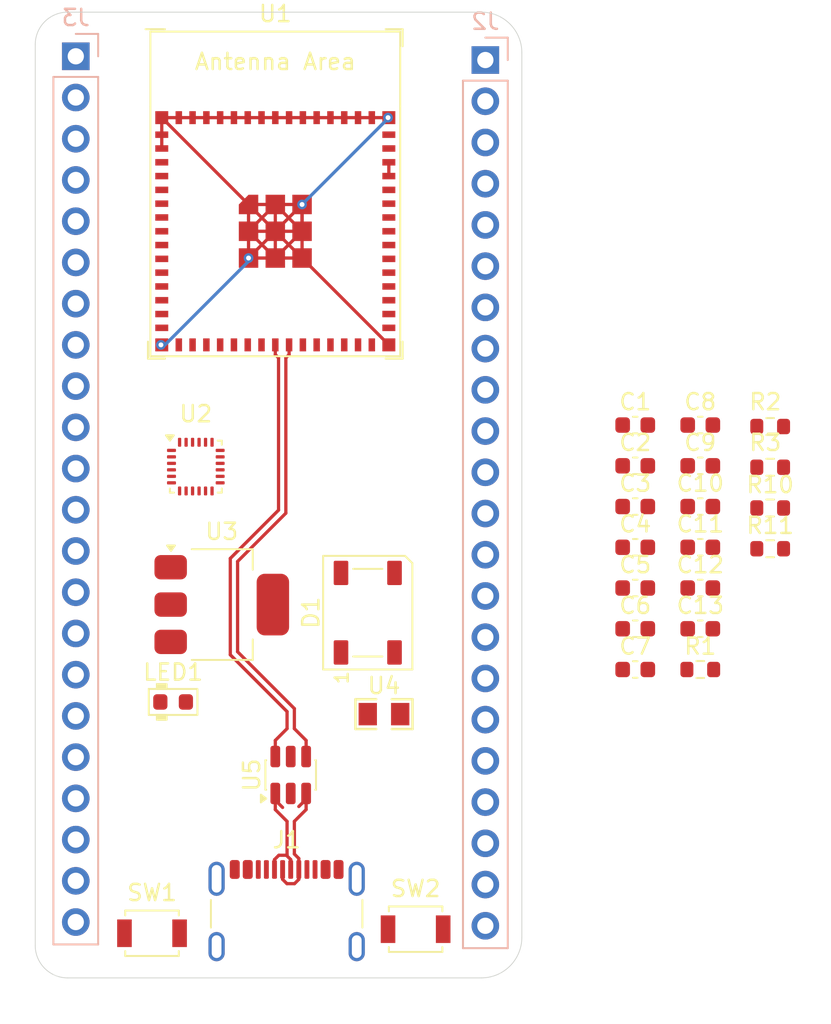
<source format=kicad_pcb>
(kicad_pcb (version 20241229) (generator "pcbnew") (generator_version "9.0")
  (layers (0 "F.Cu" signal) (2 "B.Cu" signal) (13 "F.Paste" user) (15 "B.Paste" user) (5 "F.SilkS" user "F.Silkscreen") (7 "B.SilkS" user "B.Silkscreen") (1 "F.Mask" user) (3 "B.Mask" user) (25 "Edge.Cuts" user))
  (net 0 "")
  (net 1 "+5V")
  (net 2 "GND")
  (net 3 "+3.3V")
  (net 5 "GPIO38")
  (net 6 "Net-(J1-CC1)")
  (net 7 "USB_D-")
  (net 9 "USB_D+")
  (net 10 "Net-(J1-CC2)")
  (net 12 "GPIO11")
  (net 13 "GPIO6")
  (net 14 "GPIO46")
  (net 15 "GPIO12")
  (net 16 "GPIO4")
  (net 17 "GPIO8")
  (net 18 "GPIO14")
  (net 19 "~{RESET}")
  (net 20 "GPIO10")
  (net 21 "GPIO16")
  (net 22 "GPIO5")
  (net 23 "GPIO15")
  (net 24 "GPIO7")
  (net 25 "GPIO9")
  (net 26 "GPIO13")
  (net 27 "GPIO17")
  (net 28 "GPIO3")
  (net 29 "GPIO18")
  (net 30 "GPIO36")
  (net 31 "GPIO45")
  (net 32 "TX0{slash}GPIO43")
  (net 33 "GPIO41")
  (net 34 "GPIO47")
  (net 35 "~{BOOT}")
  (net 36 "GPIO48")
  (net 37 "ESP_D-")
  (net 38 "GPIO35")
  (net 39 "GPIO40")
  (net 40 "GPIO21")
  (net 41 "GPIO37")
  (net 42 "GPIO39")
  (net 43 "GPIO42")
  (net 44 "RX0{slash}GPIO44")
  (net 45 "ESP_D+")
  (net 46 "GPIO1")
  (net 47 "GPIO2")
  (footprint "Capacitor_SMD:C_0603_1608Metric" (layer "F.Cu") (at 209.49 102.47)
    (property "Reference" "C4" (at 0 -1.43 0) (layer "F.SilkS"))
    (property "Value" "1uF_0603_25V")
    (fp_line (start -0.14058 -0.51) (end 0.14058 -0.51) (stroke (width 0.12)) (layer "F.SilkS"))
    (fp_line (start -0.14058 0.51) (end 0.14058 0.51) (stroke (width 0.12)) (layer "F.SilkS"))
    (pad "1" smd roundrect (at -0.775 0) (size 0.9 0.95) (layers "F.Cu" "F.Mask" "F.Paste") (net 1 "+5V"))
    (pad "2" smd roundrect (at 0.775 0) (size 0.9 0.95) (layers "F.Cu" "F.Mask" "F.Paste") (net 2 "GND"))
  )
  (footprint "Resistor_SMD:R_0603_1608Metric" (layer "F.Cu") (at 217.81 95.03)
    (property "Reference" "R2" (at -0.3 -1.52 0) (layer "F.SilkS"))
    (property "Value" "5K1")
    (fp_line (start -0.237258 -0.5225) (end 0.237258 -0.5225) (stroke (width 0.12)) (layer "F.SilkS"))
    (fp_line (start -0.237258 0.5225) (end 0.237258 0.5225) (stroke (width 0.12)) (layer "F.SilkS"))
    (pad "1" smd roundrect (at -0.825 0) (size 0.8 0.95) (layers "F.Cu" "F.Mask" "F.Paste") (net 10 "Net-(J1-CC2)"))
    (pad "2" smd roundrect (at 0.825 0) (size 0.8 0.95) (layers "F.Cu" "F.Mask" "F.Paste") (net 2 "GND"))
  )
  (footprint "Button_Switch_SMD:SW_SPST_B3U-1000P" (layer "F.Cu") (at 195.95 126)
    (property "Reference" "SW2" (at 0 -2.5 0) (layer "F.SilkS"))
    (property "Value" "~{BOOT}")
    (fp_line (start -1.65 -1.4) (end 1.65 -1.4) (stroke (width 0.12)) (layer "F.SilkS"))
    (fp_line (start -1.65 -1.1) (end -1.65 -1.4) (stroke (width 0.12)) (layer "F.SilkS"))
    (fp_line (start -1.65 1.1) (end -1.65 1.4) (stroke (width 0.12)) (layer "F.SilkS"))
    (fp_line (start -1.65 1.4) (end 1.65 1.4) (stroke (width 0.12)) (layer "F.SilkS"))
    (fp_line (start 1.65 -1.4) (end 1.65 -1.1) (stroke (width 0.12)) (layer "F.SilkS"))
    (fp_line (start 1.65 1.4) (end 1.65 1.1) (stroke (width 0.12)) (layer "F.SilkS"))
    (pad "1" smd rect (at -1.7 0) (size 0.9 1.7) (layers "F.Cu" "F.Mask" "F.Paste") (net 2 "GND"))
    (pad "2" smd rect (at 1.7 0) (size 0.9 1.7) (layers "F.Cu" "F.Mask" "F.Paste") (net 35 "~{BOOT}"))
  )
  (footprint "Capacitor_SMD:C_0603_1608Metric" (layer "F.Cu") (at 209.49 99.96)
    (property "Reference" "C3" (at 0 -1.43 0) (layer "F.SilkS"))
    (property "Value" "1uF_0603_25V")
    (fp_line (start -0.14058 -0.51) (end 0.14058 -0.51) (stroke (width 0.12)) (layer "F.SilkS"))
    (fp_line (start -0.14058 0.51) (end 0.14058 0.51) (stroke (width 0.12)) (layer "F.SilkS"))
    (pad "1" smd roundrect (at -0.775 0) (size 0.9 0.95) (layers "F.Cu" "F.Mask" "F.Paste") (net 1 "+5V"))
    (pad "2" smd roundrect (at 0.775 0) (size 0.9 0.95) (layers "F.Cu" "F.Mask" "F.Paste") (net 2 "GND"))
  )
  (footprint "Package_TO_SOT_SMD:SOT-23-6" (layer "F.Cu") (at 188.25 116.5 90)
    (property "Reference" "U5" (at 0 -2.4 90) (layer "F.SilkS"))
    (property "Value" "USBLC6-2SC6")
    (fp_line (start 0.91 -1.56) (end 0.91 -1.51) (stroke (width 0.12)) (layer "F.SilkS"))
    (fp_line (start -0.91 -1.56) (end 0.91 -1.56) (stroke (width 0.12)) (layer "F.SilkS"))
    (fp_line (start -0.91 -1.51) (end -0.91 -1.56) (stroke (width 0.12)) (layer "F.SilkS"))
    (fp_line (start 0.91 1.51) (end 0.91 1.56) (stroke (width 0.12)) (layer "F.SilkS"))
    (fp_line (start 0.91 1.56) (end -0.91 1.56) (stroke (width 0.12)) (layer "F.SilkS"))
    (fp_line (start -0.91 1.56) (end -0.91 1.51) (stroke (width 0.12)) (layer "F.SilkS"))
    (fp_poly (pts (xy -1.45 -1.51) (xy -1.69 -1.84) (xy -1.21 -1.84)) (stroke (width 0.12)) (fill yes) (layer "F.SilkS"))
    (pad "1" smd roundrect (at -1.1375 -0.949999 90) (size 1.325 0.6) (layers "F.Cu" "F.Mask" "F.Paste") (net 7 "USB_D-"))
    (pad "2" smd roundrect (at -1.1375 0 90) (size 1.325 0.6) (layers "F.Cu" "F.Mask" "F.Paste") (net 2 "GND"))
    (pad "3" smd roundrect (at -1.1375 0.949999 90) (size 1.325 0.6) (layers "F.Cu" "F.Mask" "F.Paste") (net 9 "USB_D+"))
    (pad "4" smd roundrect (at 1.1375 0.949999 90) (size 1.325 0.6) (layers "F.Cu" "F.Mask" "F.Paste") (net 45 "ESP_D+"))
    (pad "5" smd roundrect (at 1.1375 0 90) (size 1.325 0.6) (layers "F.Cu" "F.Mask" "F.Paste") (net 1 "+5V"))
    (pad "6" smd roundrect (at 1.1375 -0.949999 90) (size 1.325 0.6) (layers "F.Cu" "F.Mask" "F.Paste") (net 37 "ESP_D-"))
  )
  (footprint "Resistor_SMD:R_0603_1608Metric" (layer "F.Cu") (at 217.81 102.56)
    (property "Reference" "R11" (at 0 -1.43 0) (layer "F.SilkS"))
    (property "Value" "1k_0603")
    (fp_line (start -0.237258 -0.5225) (end 0.237258 -0.5225) (stroke (width 0.12)) (layer "F.SilkS"))
    (fp_line (start -0.237258 0.5225) (end 0.237258 0.5225) (stroke (width 0.12)) (layer "F.SilkS"))
    (pad "1" smd roundrect (at -0.825 0) (size 0.8 0.95) (layers "F.Cu" "F.Mask" "F.Paste") (net 3 "+3.3V"))
    (pad "2" smd roundrect (at 0.825 0) (size 0.8 0.95) (layers "F.Cu" "F.Mask" "F.Paste") (net 35 "~{BOOT}"))
  )
  (footprint "Capacitor_SMD:C_0603_1608Metric" (layer "F.Cu") (at 213.5 104.98)
    (property "Reference" "C12" (at 0 -1.43 0) (layer "F.SilkS"))
    (property "Value" "1uF_0603_25V")
    (fp_line (start -0.14058 -0.51) (end 0.14058 -0.51) (stroke (width 0.12)) (layer "F.SilkS"))
    (fp_line (start -0.14058 0.51) (end 0.14058 0.51) (stroke (width 0.12)) (layer "F.SilkS"))
    (pad "1" smd roundrect (at -0.775 0) (size 0.9 0.95) (layers "F.Cu" "F.Mask" "F.Paste") (net 3 "+3.3V"))
    (pad "2" smd roundrect (at 0.775 0) (size 0.9 0.95) (layers "F.Cu" "F.Mask" "F.Paste") (net 2 "GND"))
  )
  (footprint "Capacitor_SMD:C_0603_1608Metric" (layer "F.Cu") (at 213.5 107.49)
    (property "Reference" "C13" (at 0 -1.43 0) (layer "F.SilkS"))
    (property "Value" "1uF_0603_25V")
    (fp_line (start -0.14058 -0.51) (end 0.14058 -0.51) (stroke (width 0.12)) (layer "F.SilkS"))
    (fp_line (start -0.14058 0.51) (end 0.14058 0.51) (stroke (width 0.12)) (layer "F.SilkS"))
    (pad "1" smd roundrect (at -0.775 0) (size 0.9 0.95) (layers "F.Cu" "F.Mask" "F.Paste") (net 3 "+3.3V"))
    (pad "2" smd roundrect (at 0.775 0) (size 0.9 0.95) (layers "F.Cu" "F.Mask" "F.Paste") (net 2 "GND"))
  )
  (footprint "Capacitor_SMD:C_0603_1608Metric" (layer "F.Cu") (at 213.5 102.47)
    (property "Reference" "C11" (at 0 -1.43 0) (layer "F.SilkS"))
    (property "Value" "1uF_0603_25V")
    (fp_line (start -0.14058 -0.51) (end 0.14058 -0.51) (stroke (width 0.12)) (layer "F.SilkS"))
    (fp_line (start -0.14058 0.51) (end 0.14058 0.51) (stroke (width 0.12)) (layer "F.SilkS"))
    (pad "1" smd roundrect (at -0.775 0) (size 0.9 0.95) (layers "F.Cu" "F.Mask" "F.Paste") (net 3 "+3.3V"))
    (pad "2" smd roundrect (at 0.775 0) (size 0.9 0.95) (layers "F.Cu" "F.Mask" "F.Paste") (net 2 "GND"))
  )
  (footprint "Button_Switch_SMD:SW_SPST_B3U-1000P" (layer "F.Cu") (at 179.7 126.25)
    (property "Reference" "SW1" (at 0 -2.5 0) (layer "F.SilkS"))
    (property "Value" "~{RESET}")
    (fp_line (start -1.65 -1.4) (end 1.65 -1.4) (stroke (width 0.12)) (layer "F.SilkS"))
    (fp_line (start -1.65 -1.1) (end -1.65 -1.4) (stroke (width 0.12)) (layer "F.SilkS"))
    (fp_line (start -1.65 1.1) (end -1.65 1.4) (stroke (width 0.12)) (layer "F.SilkS"))
    (fp_line (start -1.65 1.4) (end 1.65 1.4) (stroke (width 0.12)) (layer "F.SilkS"))
    (fp_line (start 1.65 -1.4) (end 1.65 -1.1) (stroke (width 0.12)) (layer "F.SilkS"))
    (fp_line (start 1.65 1.4) (end 1.65 1.1) (stroke (width 0.12)) (layer "F.SilkS"))
    (pad "1" smd rect (at -1.7 0) (size 0.9 1.7) (layers "F.Cu" "F.Mask" "F.Paste") (net 2 "GND"))
    (pad "2" smd rect (at 1.7 0) (size 0.9 1.7) (layers "F.Cu" "F.Mask" "F.Paste") (net 19 "~{RESET}"))
  )
  (footprint "Resistor_SMD:R_0603_1608Metric" (layer "F.Cu") (at 213.5 110)
    (property "Reference" "R1" (at 0 -1.43 0) (layer "F.SilkS"))
    (property "Value" "5K1")
    (fp_line (start -0.237258 -0.5225) (end 0.237258 -0.5225) (stroke (width 0.12)) (layer "F.SilkS"))
    (fp_line (start -0.237258 0.5225) (end 0.237258 0.5225) (stroke (width 0.12)) (layer "F.SilkS"))
    (pad "1" smd roundrect (at -0.825 0) (size 0.8 0.95) (layers "F.Cu" "F.Mask" "F.Paste") (net 6 "Net-(J1-CC1)"))
    (pad "2" smd roundrect (at 0.825 0) (size 0.8 0.95) (layers "F.Cu" "F.Mask" "F.Paste") (net 2 "GND"))
  )
  (footprint "Resistor_SMD:R_0603_1608Metric" (layer "F.Cu") (at 217.81 97.54)
    (property "Reference" "R3" (at -0.3 -1.52 0) (layer "F.SilkS"))
    (property "Value" "10k_0603")
    (fp_line (start -0.237258 -0.5225) (end 0.237258 -0.5225) (stroke (width 0.12)) (layer "F.SilkS"))
    (fp_line (start -0.237258 0.5225) (end 0.237258 0.5225) (stroke (width 0.12)) (layer "F.SilkS"))
    (pad "1" smd roundrect (at -0.825 0) (size 0.8 0.95) (layers "F.Cu" "F.Mask" "F.Paste") (net 24 "GPIO7"))
    (pad "2" smd roundrect (at 0.825 0) (size 0.8 0.95) (layers "F.Cu" "F.Mask" "F.Paste") (net 3 "+3.3V"))
  )
  (footprint "Capacitor_SMD:C_0603_1608Metric" (layer "F.Cu") (at 209.49 94.94)
    (property "Reference" "C1" (at 0 -1.43 0) (layer "F.SilkS"))
    (property "Value" "1uF_0603_25V")
    (fp_line (start -0.14058 -0.51) (end 0.14058 -0.51) (stroke (width 0.12)) (layer "F.SilkS"))
    (fp_line (start -0.14058 0.51) (end 0.14058 0.51) (stroke (width 0.12)) (layer "F.SilkS"))
    (pad "1" smd roundrect (at -0.775 0) (size 0.9 0.95) (layers "F.Cu" "F.Mask" "F.Paste") (net 1 "+5V"))
    (pad "2" smd roundrect (at 0.775 0) (size 0.9 0.95) (layers "F.Cu" "F.Mask" "F.Paste") (net 2 "GND"))
  )
  (footprint "PCM_LED_SMD_AKL:LED_0603_1608Metric" (layer "F.Cu") (at 181 112)
    (property "Reference" "LED1" (at 0 -1.83 0) (layer "F.SilkS"))
    (property "Value" "LED_0603_Red - POWER LED" (hide yes))
    (fp_rect (start -1.5 -0.8) (end 1.5 0.8) (stroke (width 0.12)) (fill no) (layer "F.SilkS"))
    (fp_rect (start -1 -1.1) (end -0.4 -0.8) (stroke (width 0.12)) (fill yes) (layer "F.SilkS"))
    (fp_rect (start -1 0.8) (end -0.4 1.1) (stroke (width 0.12)) (fill yes) (layer "F.SilkS"))
    (pad "1" smd roundrect (at -0.7875 0) (size 0.875 0.95) (layers "F.Cu" "F.Mask" "F.Paste") (net 2 "GND"))
    (pad "2" smd roundrect (at 0.7875 0) (size 0.875 0.95) (layers "F.Cu" "F.Mask" "F.Paste") (net 3 "+3.3V"))
  )
  (footprint "Resistor_SMD:R_0603_1608Metric" (layer "F.Cu") (at 217.81 100.05)
    (property "Reference" "R10" (at 0 -1.43 0) (layer "F.SilkS"))
    (property "Value" "1k_0603")
    (fp_line (start -0.237258 -0.5225) (end 0.237258 -0.5225) (stroke (width 0.12)) (layer "F.SilkS"))
    (fp_line (start -0.237258 0.5225) (end 0.237258 0.5225) (stroke (width 0.12)) (layer "F.SilkS"))
    (pad "1" smd roundrect (at -0.825 0) (size 0.8 0.95) (layers "F.Cu" "F.Mask" "F.Paste") (net 3 "+3.3V"))
    (pad "2" smd roundrect (at 0.825 0) (size 0.8 0.95) (layers "F.Cu" "F.Mask" "F.Paste") (net 19 "~{RESET}"))
  )
  (footprint "Capacitor_SMD:C_0603_1608Metric" (layer "F.Cu") (at 209.49 110)
    (property "Reference" "C7" (at 0 -1.43 0) (layer "F.SilkS"))
    (property "Value" "1uF_0603_25V")
    (fp_line (start -0.14058 -0.51) (end 0.14058 -0.51) (stroke (width 0.12)) (layer "F.SilkS"))
    (fp_line (start -0.14058 0.51) (end 0.14058 0.51) (stroke (width 0.12)) (layer "F.SilkS"))
    (pad "1" smd roundrect (at -0.775 0) (size 0.9 0.95) (layers "F.Cu" "F.Mask" "F.Paste") (net 3 "+3.3V"))
    (pad "2" smd roundrect (at 0.775 0) (size 0.9 0.95) (layers "F.Cu" "F.Mask" "F.Paste") (net 2 "GND"))
  )
  (footprint "Capacitor_SMD:C_0603_1608Metric" (layer "F.Cu") (at 213.5 94.94)
    (property "Reference" "C8" (at 0 -1.43 0) (layer "F.SilkS"))
    (property "Value" "1uF_0603_25V")
    (fp_line (start -0.14058 -0.51) (end 0.14058 -0.51) (stroke (width 0.12)) (layer "F.SilkS"))
    (fp_line (start -0.14058 0.51) (end 0.14058 0.51) (stroke (width 0.12)) (layer "F.SilkS"))
    (pad "1" smd roundrect (at -0.775 0) (size 0.9 0.95) (layers "F.Cu" "F.Mask" "F.Paste") (net 3 "+3.3V"))
    (pad "2" smd roundrect (at 0.775 0) (size 0.9 0.95) (layers "F.Cu" "F.Mask" "F.Paste") (net 2 "GND"))
  )
  (footprint "Sensor_Motion:InvenSense_QFN-24_3x3mm_P0.4mm" (layer "F.Cu") (at 182.4 97.5)
    (property "Reference" "U2" (at 0 -3.25 0) (layer "F.SilkS"))
    (property "Value" "MPU-9250")
    (fp_line (start -1.6 1.6) (end -1.6 1.35) (stroke (width 0.12)) (layer "F.SilkS"))
    (fp_line (start -1.6 1.6) (end -1.35 1.6) (stroke (width 0.12)) (layer "F.SilkS"))
    (fp_line (start 1.6 -1.6) (end 1.35 -1.6) (stroke (width 0.12)) (layer "F.SilkS"))
    (fp_line (start 1.6 -1.6) (end 1.6 -1.35) (stroke (width 0.12)) (layer "F.SilkS"))
    (fp_line (start 1.6 1.6) (end 1.35 1.6) (stroke (width 0.12)) (layer "F.SilkS"))
    (fp_line (start 1.6 1.6) (end 1.6 1.35) (stroke (width 0.12)) (layer "F.SilkS"))
    (fp_poly (pts (xy -1.6 -1.6) (xy -1.84 -1.93) (xy -1.36 -1.93) (xy -1.6 -1.6)) (stroke (width 0.12)) (fill yes) (layer "F.SilkS"))
    (pad "1" smd roundrect (at -1.5 -1) (size 0.55 0.2) (layers "F.Cu" "F.Mask" "F.Paste"))
    (pad "2" smd roundrect (at -1.5 -0.6) (size 0.55 0.2) (layers "F.Cu" "F.Mask" "F.Paste"))
    (pad "3" smd roundrect (at -1.5 -0.2) (size 0.55 0.2) (layers "F.Cu" "F.Mask" "F.Paste"))
    (pad "4" smd roundrect (at -1.5 0.2) (size 0.55 0.2) (layers "F.Cu" "F.Mask" "F.Paste"))
    (pad "5" smd roundrect (at -1.5 0.6) (size 0.55 0.2) (layers "F.Cu" "F.Mask" "F.Paste"))
    (pad "6" smd roundrect (at -1.5 1) (size 0.55 0.2) (layers "F.Cu" "F.Mask" "F.Paste"))
    (pad "7" smd roundrect (at -1 1.5 90) (size 0.55 0.2) (layers "F.Cu" "F.Mask" "F.Paste"))
    (pad "8" smd roundrect (at -0.6 1.5 90) (size 0.55 0.2) (layers "F.Cu" "F.Mask" "F.Paste") (net 3 "+3.3V"))
    (pad "9" smd roundrect (at -0.2 1.5 90) (size 0.55 0.2) (layers "F.Cu" "F.Mask" "F.Paste"))
    (pad "10" smd roundrect (at 0.2 1.5 90) (size 0.55 0.2) (layers "F.Cu" "F.Mask" "F.Paste"))
    (pad "11" smd roundrect (at 0.6 1.5 90) (size 0.55 0.2) (layers "F.Cu" "F.Mask" "F.Paste"))
    (pad "12" smd roundrect (at 1 1.5 90) (size 0.55 0.2) (layers "F.Cu" "F.Mask" "F.Paste"))
    (pad "13" smd roundrect (at 1.5 1) (size 0.55 0.2) (layers "F.Cu" "F.Mask" "F.Paste") (net 3 "+3.3V"))
    (pad "14" smd roundrect (at 1.5 0.6) (size 0.55 0.2) (layers "F.Cu" "F.Mask" "F.Paste"))
    (pad "15" smd roundrect (at 1.5 0.2) (size 0.55 0.2) (layers "F.Cu" "F.Mask" "F.Paste"))
    (pad "16" smd roundrect (at 1.5 -0.2) (size 0.55 0.2) (layers "F.Cu" "F.Mask" "F.Paste"))
    (pad "17" smd roundrect (at 1.5 -0.6) (size 0.55 0.2) (layers "F.Cu" "F.Mask" "F.Paste"))
    (pad "18" smd roundrect (at 1.5 -1) (size 0.55 0.2) (layers "F.Cu" "F.Mask" "F.Paste") (net 2 "GND"))
    (pad "19" smd roundrect (at 1 -1.5 90) (size 0.55 0.2) (layers "F.Cu" "F.Mask" "F.Paste"))
    (pad "20" smd roundrect (at 0.6 -1.5 90) (size 0.55 0.2) (layers "F.Cu" "F.Mask" "F.Paste"))
    (pad "21" smd roundrect (at 0.2 -1.5 90) (size 0.55 0.2) (layers "F.Cu" "F.Mask" "F.Paste"))
    (pad "22" smd roundrect (at -0.2 -1.5 90) (size 0.55 0.2) (layers "F.Cu" "F.Mask" "F.Paste"))
    (pad "23" smd roundrect (at -0.6 -1.5 90) (size 0.55 0.2) (layers "F.Cu" "F.Mask" "F.Paste") (net 29 "GPIO18"))
    (pad "24" smd roundrect (at -1 -1.5 90) (size 0.55 0.2) (layers "F.Cu" "F.Mask" "F.Paste") (net 27 "GPIO17"))
  )
  (footprint "PCM_Espressif:ESP32-S2-MINI-1" (layer "F.Cu") (at 187.3 83)
    (property "Reference" "U1" (at 0 -13.4 0) (layer "F.SilkS"))
    (property "Value" "ESP32-S3-MINI-1")
    (fp_line (start -7.85 7.85) (end -7.85 6.8) (stroke (width 0.12)) (layer "F.SilkS"))
    (fp_line (start -7.7 -12.3) (end -7.7 -7.7) (stroke (width 0.12)) (layer "F.SilkS"))
    (fp_line (start -7.7 -12.3) (end 7.7 -12.3) (stroke (width 0.12)) (layer "F.SilkS"))
    (fp_line (start -7.7 7.7) (end -7.7 -7.7) (stroke (width 0.12)) (layer "F.SilkS"))
    (fp_line (start -6.8 -12.45) (end -8 -12.45) (stroke (width 0.12)) (layer "F.SilkS"))
    (fp_line (start -6.8 7.85) (end -7.85 7.85) (stroke (width 0.12)) (layer "F.SilkS"))
    (fp_line (start 6.8 -12.45) (end 7.85 -12.45) (stroke (width 0.12)) (layer "F.SilkS"))
    (fp_line (start 6.8 7.85) (end 7.85 7.85) (stroke (width 0.12)) (layer "F.SilkS"))
    (fp_line (start 7.7 -12.3) (end 7.7 -7.7) (stroke (width 0.12)) (layer "F.SilkS"))
    (fp_line (start 7.7 -7.7) (end 7.7 7.7) (stroke (width 0.12)) (layer "F.SilkS"))
    (fp_line (start 7.7 7.7) (end -7.7 7.7) (stroke (width 0.12)) (layer "F.SilkS"))
    (fp_line (start 7.85 -12.45) (end 7.85 -11.4) (stroke (width 0.12)) (layer "F.SilkS"))
    (fp_line (start 7.85 7.85) (end 7.85 6.8) (stroke (width 0.12)) (layer "F.SilkS"))
    (fp_text user "Antenna Area" (at 0 -10.45 0) (layer "F.SilkS"))
    (pad "1" smd rect (at -7 -5.95 90) (size 0.4 0.8) (layers "F.Cu" "F.Mask" "F.Paste") (net 2 "GND"))
    (pad "2" smd rect (at -7 -5.1 90) (size 0.4 0.8) (layers "F.Cu" "F.Mask" "F.Paste") (net 2 "GND"))
    (pad "3" smd rect (at -7 -4.25 90) (size 0.4 0.8) (layers "F.Cu" "F.Mask" "F.Paste") (net 3 "+3.3V"))
    (pad "4" smd rect (at -7 -3.4 90) (size 0.4 0.8) (layers "F.Cu" "F.Mask" "F.Paste") (net 35 "~{BOOT}"))
    (pad "5" smd rect (at -7 -2.55 90) (size 0.4 0.8) (layers "F.Cu" "F.Mask" "F.Paste") (net 46 "GPIO1"))
    (pad "6" smd rect (at -7 -1.7 90) (size 0.4 0.8) (layers "F.Cu" "F.Mask" "F.Paste") (net 47 "GPIO2"))
    (pad "7" smd rect (at -7 -0.85 90) (size 0.4 0.8) (layers "F.Cu" "F.Mask" "F.Paste") (net 28 "GPIO3"))
    (pad "8" smd rect (at -7 0 90) (size 0.4 0.8) (layers "F.Cu" "F.Mask" "F.Paste") (net 16 "GPIO4"))
    (pad "9" smd rect (at -7 0.85 90) (size 0.4 0.8) (layers "F.Cu" "F.Mask" "F.Paste") (net 22 "GPIO5"))
    (pad "10" smd rect (at -7 1.7 90) (size 0.4 0.8) (layers "F.Cu" "F.Mask" "F.Paste") (net 13 "GPIO6"))
    (pad "11" smd rect (at -7 2.55 90) (size 0.4 0.8) (layers "F.Cu" "F.Mask" "F.Paste") (net 24 "GPIO7"))
    (pad "12" smd rect (at -7 3.4 90) (size 0.4 0.8) (layers "F.Cu" "F.Mask" "F.Paste") (net 17 "GPIO8"))
    (pad "13" smd rect (at -7 4.25 90) (size 0.4 0.8) (layers "F.Cu" "F.Mask" "F.Paste") (net 25 "GPIO9"))
    (pad "14" smd rect (at -7 5.1 90) (size 0.4 0.8) (layers "F.Cu" "F.Mask" "F.Paste") (net 20 "GPIO10"))
    (pad "15" smd rect (at -7 5.95 90) (size 0.4 0.8) (layers "F.Cu" "F.Mask" "F.Paste") (net 12 "GPIO11"))
    (pad "16" smd rect (at -5.95 7) (size 0.4 0.8) (layers "F.Cu" "F.Mask" "F.Paste") (net 15 "GPIO12"))
    (pad "17" smd rect (at -5.1 7) (size 0.4 0.8) (layers "F.Cu" "F.Mask" "F.Paste") (net 26 "GPIO13"))
    (pad "18" smd rect (at -4.25 7) (size 0.4 0.8) (layers "F.Cu" "F.Mask" "F.Paste") (net 18 "GPIO14"))
    (pad "19" smd rect (at -3.4 7) (size 0.4 0.8) (layers "F.Cu" "F.Mask" "F.Paste") (net 23 "GPIO15"))
    (pad "20" smd rect (at -2.55 7) (size 0.4 0.8) (layers "F.Cu" "F.Mask" "F.Paste") (net 21 "GPIO16"))
    (pad "21" smd rect (at -1.7 7) (size 0.4 0.8) (layers "F.Cu" "F.Mask" "F.Paste") (net 27 "GPIO17"))
    (pad "22" smd rect (at -0.85 7) (size 0.4 0.8) (layers "F.Cu" "F.Mask" "F.Paste") (net 29 "GPIO18"))
    (pad "23" smd rect (at 0 7) (size 0.4 0.8) (layers "F.Cu" "F.Mask" "F.Paste") (net 37 "ESP_D-"))
    (pad "24" smd rect (at 0.85 7) (size 0.4 0.8) (layers "F.Cu" "F.Mask" "F.Paste") (net 45 "ESP_D+"))
    (pad "25" smd rect (at 1.7 7) (size 0.4 0.8) (layers "F.Cu" "F.Mask" "F.Paste") (net 40 "GPIO21"))
    (pad "26" smd rect (at 2.55 7) (size 0.4 0.8) (layers "F.Cu" "F.Mask" "F.Paste"))
    (pad "27" smd rect (at 3.4 7) (size 0.4 0.8) (layers "F.Cu" "F.Mask" "F.Paste") (net 34 "GPIO47"))
    (pad "28" smd rect (at 4.25 7) (size 0.4 0.8) (layers "F.Cu" "F.Mask" "F.Paste"))
    (pad "29" smd rect (at 5.1 7) (size 0.4 0.8) (layers "F.Cu" "F.Mask" "F.Paste"))
    (pad "30" smd rect (at 5.95 7) (size 0.4 0.8) (layers "F.Cu" "F.Mask" "F.Paste") (net 36 "GPIO48"))
    (pad "31" smd rect (at 7 5.95 90) (size 0.4 0.8) (layers "F.Cu" "F.Mask" "F.Paste") (net 38 "GPIO35"))
    (pad "32" smd rect (at 7 5.1 90) (size 0.4 0.8) (layers "F.Cu" "F.Mask" "F.Paste") (net 30 "GPIO36"))
    (pad "33" smd rect (at 7 4.25 90) (size 0.4 0.8) (layers "F.Cu" "F.Mask" "F.Paste") (net 41 "GPIO37"))
    (pad "34" smd rect (at 7 3.4 90) (size 0.4 0.8) (layers "F.Cu" "F.Mask" "F.Paste") (net 5 "GPIO38"))
    (pad "35" smd rect (at 7 2.55 90) (size 0.4 0.8) (layers "F.Cu" "F.Mask" "F.Paste") (net 42 "GPIO39"))
    (pad "36" smd rect (at 7 1.7 90) (size 0.4 0.8) (layers "F.Cu" "F.Mask" "F.Paste") (net 39 "GPIO40"))
    (pad "37" smd rect (at 7 0.85 90) (size 0.4 0.8) (layers "F.Cu" "F.Mask" "F.Paste") (net 33 "GPIO41"))
    (pad "38" smd rect (at 7 0 90) (size 0.4 0.8) (layers "F.Cu" "F.Mask" "F.Paste") (net 43 "GPIO42"))
    (pad "39" smd rect (at 7 -0.85 90) (size 0.4 0.8) (layers "F.Cu" "F.Mask" "F.Paste") (net 32 "TX0{slash}GPIO43"))
    (pad "40" smd rect (at 7 -1.7 90) (size 0.4 0.8) (layers "F.Cu" "F.Mask" "F.Paste") (net 44 "RX0{slash}GPIO44"))
    (pad "41" smd rect (at 7 -2.55 90) (size 0.4 0.8) (layers "F.Cu" "F.Mask" "F.Paste") (net 31 "GPIO45"))
    (pad "42" smd rect (at 7 -3.4 90) (size 0.4 0.8) (layers "F.Cu" "F.Mask" "F.Paste") (net 2 "GND"))
    (pad "43" smd rect (at 7 -4.25 90) (size 0.4 0.8) (layers "F.Cu" "F.Mask" "F.Paste") (net 2 "GND"))
    (pad "44" smd rect (at 7 -5.1 90) (size 0.4 0.8) (layers "F.Cu" "F.Mask" "F.Paste") (net 14 "GPIO46"))
    (pad "45" smd rect (at 7 -5.95 90) (size 0.4 0.8) (layers "F.Cu" "F.Mask" "F.Paste") (net 19 "~{RESET}"))
    (pad "46" smd rect (at 5.95 -7) (size 0.4 0.8) (layers "F.Cu" "F.Mask" "F.Paste") (net 2 "GND"))
    (pad "47" smd rect (at 5.1 -7) (size 0.4 0.8) (layers "F.Cu" "F.Mask" "F.Paste") (net 2 "GND"))
    (pad "48" smd rect (at 4.25 -7) (size 0.4 0.8) (layers "F.Cu" "F.Mask" "F.Paste") (net 2 "GND"))
    (pad "49" smd rect (at 3.4 -7) (size 0.4 0.8) (layers "F.Cu" "F.Mask" "F.Paste") (net 2 "GND"))
    (pad "50" smd rect (at 2.55 -7) (size 0.4 0.8) (layers "F.Cu" "F.Mask" "F.Paste") (net 2 "GND"))
    (pad "51" smd rect (at 1.7 -7) (size 0.4 0.8) (layers "F.Cu" "F.Mask" "F.Paste") (net 2 "GND"))
    (pad "52" smd rect (at 0.85 -7) (size 0.4 0.8) (layers "F.Cu" "F.Mask" "F.Paste") (net 2 "GND"))
    (pad "53" smd rect (at 0 -7) (size 0.4 0.8) (layers "F.Cu" "F.Mask" "F.Paste") (net 2 "GND"))
    (pad "54" smd rect (at -0.85 -7) (size 0.4 0.8) (layers "F.Cu" "F.Mask" "F.Paste") (net 2 "GND"))
    (pad "55" smd rect (at -1.7 -7) (size 0.4 0.8) (layers "F.Cu" "F.Mask" "F.Paste") (net 2 "GND"))
    (pad "56" smd rect (at -2.55 -7) (size 0.4 0.8) (layers "F.Cu" "F.Mask" "F.Paste") (net 2 "GND"))
    (pad "57" smd rect (at -3.4 -7) (size 0.4 0.8) (layers "F.Cu" "F.Mask" "F.Paste") (net 2 "GND"))
    (pad "58" smd rect (at -4.25 -7) (size 0.4 0.8) (layers "F.Cu" "F.Mask" "F.Paste") (net 2 "GND"))
    (pad "59" smd rect (at -5.1 -7) (size 0.4 0.8) (layers "F.Cu" "F.Mask" "F.Paste") (net 2 "GND"))
    (pad "60" smd rect (at -5.95 -7) (size 0.4 0.8) (layers "F.Cu" "F.Mask" "F.Paste") (net 2 "GND"))
    (pad "61" smd custom (at -1.65 -1.65) (size 0.6 0.6) (layers "F.Cu" "F.Mask" "F.Paste") (net 2 "GND") (options (clearance outline) (anchor rect)) (primitives (gr_poly (pts (xy 0.6 0.6) (xy -0.6 0.6) (xy -0.6 0) (xy 0 -0.6) (xy 0.6 -0.6)) (width 0) (fill yes))))
    (pad "61" smd rect (at -1.65 0) (size 1.2 1.2) (layers "F.Cu" "F.Mask" "F.Paste") (net 2 "GND"))
    (pad "61" smd rect (at -1.65 1.65) (size 1.2 1.2) (layers "F.Cu" "F.Mask" "F.Paste") (net 2 "GND"))
    (pad "61" smd rect (at 0 -1.65) (size 1.2 1.2) (layers "F.Cu" "F.Mask" "F.Paste") (net 2 "GND"))
    (pad "61" smd rect (at 0 0) (size 1.2 1.2) (layers "F.Cu" "F.Mask" "F.Paste") (net 2 "GND"))
    (pad "61" smd rect (at 0 1.65) (size 1.2 1.2) (layers "F.Cu" "F.Mask" "F.Paste") (net 2 "GND"))
    (pad "61" smd rect (at 1.65 -1.65) (size 1.2 1.2) (layers "F.Cu" "F.Mask" "F.Paste") (net 2 "GND"))
    (pad "61" smd rect (at 1.65 0) (size 1.2 1.2) (layers "F.Cu" "F.Mask" "F.Paste") (net 2 "GND"))
    (pad "61" smd rect (at 1.65 1.65) (size 1.2 1.2) (layers "F.Cu" "F.Mask" "F.Paste") (net 2 "GND"))
    (pad "62" smd rect (at -7 -7 180) (size 0.8 0.8) (layers "F.Cu" "F.Mask" "F.Paste") (net 2 "GND"))
    (pad "63" smd rect (at -7 7 180) (size 0.8 0.8) (layers "F.Cu" "F.Mask" "F.Paste") (net 2 "GND"))
    (pad "64" smd rect (at 7 7 180) (size 0.8 0.8) (layers "F.Cu" "F.Mask" "F.Paste") (net 2 "GND"))
    (pad "65" smd rect (at 7 -7 180) (size 0.8 0.8) (layers "F.Cu" "F.Mask" "F.Paste") (net 2 "GND"))
  )
  (footprint "Capacitor_SMD:C_0603_1608Metric" (layer "F.Cu") (at 209.49 107.49)
    (property "Reference" "C6" (at 0 -1.43 0) (layer "F.SilkS"))
    (property "Value" "1uF_0603_25V")
    (fp_line (start -0.14058 -0.51) (end 0.14058 -0.51) (stroke (width 0.12)) (layer "F.SilkS"))
    (fp_line (start -0.14058 0.51) (end 0.14058 0.51) (stroke (width 0.12)) (layer "F.SilkS"))
    (pad "1" smd roundrect (at -0.775 0) (size 0.9 0.95) (layers "F.Cu" "F.Mask" "F.Paste") (net 3 "+3.3V"))
    (pad "2" smd roundrect (at 0.775 0) (size 0.9 0.95) (layers "F.Cu" "F.Mask" "F.Paste") (net 2 "GND"))
  )
  (footprint "Capacitor_SMD:C_0603_1608Metric" (layer "F.Cu") (at 209.49 104.98)
    (property "Reference" "C5" (at 0 -1.43 0) (layer "F.SilkS"))
    (property "Value" "1uF_0603_25V")
    (fp_line (start -0.14058 -0.51) (end 0.14058 -0.51) (stroke (width 0.12)) (layer "F.SilkS"))
    (fp_line (start -0.14058 0.51) (end 0.14058 0.51) (stroke (width 0.12)) (layer "F.SilkS"))
    (pad "1" smd roundrect (at -0.775 0) (size 0.9 0.95) (layers "F.Cu" "F.Mask" "F.Paste") (net 3 "+3.3V"))
    (pad "2" smd roundrect (at 0.775 0) (size 0.9 0.95) (layers "F.Cu" "F.Mask" "F.Paste") (net 2 "GND"))
  )
  (footprint "Capacitor_SMD:C_0603_1608Metric" (layer "F.Cu") (at 209.49 97.45)
    (property "Reference" "C2" (at 0 -1.43 0) (layer "F.SilkS"))
    (property "Value" "1uF_0603_25V")
    (fp_line (start -0.14058 -0.51) (end 0.14058 -0.51) (stroke (width 0.12)) (layer "F.SilkS"))
    (fp_line (start -0.14058 0.51) (end 0.14058 0.51) (stroke (width 0.12)) (layer "F.SilkS"))
    (pad "1" smd roundrect (at -0.775 0) (size 0.9 0.95) (layers "F.Cu" "F.Mask" "F.Paste") (net 1 "+5V"))
    (pad "2" smd roundrect (at 0.775 0) (size 0.9 0.95) (layers "F.Cu" "F.Mask" "F.Paste") (net 2 "GND"))
  )
  (footprint "Package_TO_SOT_SMD:SOT-223-3_TabPin2" (layer "F.Cu") (at 184 106)
    (property "Reference" "U3" (at 0 -4.5 0) (layer "F.SilkS"))
    (property "Value" "AMS1117-3.3")
    (fp_line (start -1.85 -3.41) (end 1.91 -3.41) (stroke (width 0.12)) (layer "F.SilkS"))
    (fp_line (start -1.85 3.41) (end 1.91 3.41) (stroke (width 0.12)) (layer "F.SilkS"))
    (fp_line (start 1.91 -3.41) (end 1.91 -2.15) (stroke (width 0.12)) (layer "F.SilkS"))
    (fp_line (start 1.91 3.41) (end 1.91 2.15) (stroke (width 0.12)) (layer "F.SilkS"))
    (fp_poly (pts (xy -3.13 -3.31) (xy -3.37 -3.64) (xy -2.89 -3.64) (xy -3.13 -3.31)) (stroke (width 0.12)) (fill yes) (layer "F.SilkS"))
    (pad "1" smd roundrect (at -3.15 -2.3) (size 2 1.5) (layers "F.Cu" "F.Mask" "F.Paste") (net 2 "GND"))
    (pad "2" smd roundrect (at -3.15 0) (size 2 1.5) (layers "F.Cu" "F.Mask" "F.Paste") (net 3 "+3.3V"))
    (pad "2" smd roundrect (at 3.15 0) (size 2 3.8) (layers "F.Cu" "F.Mask" "F.Paste") (net 3 "+3.3V"))
    (pad "3" smd roundrect (at -3.15 2.3) (size 2 1.5) (layers "F.Cu" "F.Mask" "F.Paste") (net 1 "+5V"))
  )
  (footprint "LED_SMD:LED_WS2812B_PLCC4_5.0x5.0mm_P3.2mm" (layer "F.Cu") (at 193 106.5 90)
    (property "Reference" "D1" (at 0 -3.5 90) (layer "F.SilkS"))
    (property "Value" "WS2812B")
    (fp_line (start -3.5 -2.75) (end 3.5 -2.75) (stroke (width 0.12)) (layer "F.SilkS"))
    (fp_line (start -3.5 -2.75) (end -3.5 2.75) (stroke (width 0.12)) (layer "F.SilkS"))
    (fp_line (start 2.7 0.9) (end 2.7 -0.9) (stroke (width 0.12)) (layer "F.SilkS"))
    (fp_line (start -2.7 0.9) (end -2.7 -0.9) (stroke (width 0.12)) (layer "F.SilkS"))
    (fp_line (start 3.5 2.3) (end 3.5 -2.75) (stroke (width 0.12)) (layer "F.SilkS"))
    (fp_line (start 3.05 2.75) (end 3.5 2.3) (stroke (width 0.12)) (layer "F.SilkS"))
    (fp_line (start -3.5 2.75) (end 3.05 2.75) (stroke (width 0.12)) (layer "F.SilkS"))
    (fp_text user "1" (at -4 -1.6 90) (layer "F.SilkS") (effects (font (size 0.8 0.8))))
    (pad "1" smd roundrect (at -2.45 -1.65 90) (size 1.5 0.9) (layers "F.Cu" "F.Mask" "F.Paste") (roundrect_rratio 0.1) (net 3 "+3.3V"))
    (pad "2" smd roundrect (at -2.45 1.65 90) (size 1.5 0.9) (layers "F.Cu" "F.Mask" "F.Paste") (roundrect_rratio 0.1))
    (pad "3" smd roundrect (at 2.45 1.65 90) (size 1.5 0.9) (layers "F.Cu" "F.Mask" "F.Paste") (roundrect_rratio 0.1) (net 2 "GND"))
    (pad "4" smd roundrect (at 2.45 -1.65 90) (size 1.5 0.9) (layers "F.Cu" "F.Mask" "F.Paste") (roundrect_rratio 0.1) (net 5 "GPIO38"))
  )
  (footprint "Capacitor_SMD:C_0603_1608Metric" (layer "F.Cu") (at 213.5 97.45)
    (property "Reference" "C9" (at 0 -1.43 0) (layer "F.SilkS"))
    (property "Value" "1uF_0603_25V")
    (fp_line (start -0.14058 -0.51) (end 0.14058 -0.51) (stroke (width 0.12)) (layer "F.SilkS"))
    (fp_line (start -0.14058 0.51) (end 0.14058 0.51) (stroke (width 0.12)) (layer "F.SilkS"))
    (pad "1" smd roundrect (at -0.775 0) (size 0.9 0.95) (layers "F.Cu" "F.Mask" "F.Paste") (net 3 "+3.3V"))
    (pad "2" smd roundrect (at 0.775 0) (size 0.9 0.95) (layers "F.Cu" "F.Mask" "F.Paste") (net 2 "GND"))
  )
  (footprint "Capacitor_SMD:C_0603_1608Metric" (layer "F.Cu") (at 213.5 99.96)
    (property "Reference" "C10" (at 0 -1.43 0) (layer "F.SilkS"))
    (property "Value" "1uF_0603_25V")
    (fp_line (start -0.14058 -0.51) (end 0.14058 -0.51) (stroke (width 0.12)) (layer "F.SilkS"))
    (fp_line (start -0.14058 0.51) (end 0.14058 0.51) (stroke (width 0.12)) (layer "F.SilkS"))
    (pad "1" smd roundrect (at -0.775 0) (size 0.9 0.95) (layers "F.Cu" "F.Mask" "F.Paste") (net 3 "+3.3V"))
    (pad "2" smd roundrect (at 0.775 0) (size 0.9 0.95) (layers "F.Cu" "F.Mask" "F.Paste") (net 2 "GND"))
  )
  (footprint "Connector_USB:USB_C_Receptacle_GCT_USB4105-xx-A_16P_TopMnt_Horizontal" (layer "F.Cu") (at 188 126)
    (property "Reference" "J1" (at 0 -5.5 0) (layer "F.SilkS"))
    (property "Value" "USB_C_Receptacle_USB2.0_16P")
    (fp_line (start -4.67 -0.1) (end -4.67 -1.8) (stroke (width 0.12)) (layer "F.SilkS"))
    (fp_line (start 4.67 -0.1) (end 4.67 -1.8) (stroke (width 0.12)) (layer "F.SilkS"))
    (pad "" np_thru_hole circle (at -2.89 -2.605) (size 0.65 0.65) (drill 0.65) (layers "*.Cu" "*.Mask"))
    (pad "" np_thru_hole circle (at 2.89 -2.605) (size 0.65 0.65) (drill 0.65) (layers "*.Cu" "*.Mask"))
    (pad "A1" smd roundrect (at -3.2 -3.68) (size 0.6 1.15) (layers "F.Cu" "F.Mask" "F.Paste") (net 2 "GND"))
    (pad "A4" smd roundrect (at -2.4 -3.68) (size 0.6 1.15) (layers "F.Cu" "F.Mask" "F.Paste") (net 1 "+5V"))
    (pad "A5" smd roundrect (at -1.25 -3.68) (size 0.3 1.15) (layers "F.Cu" "F.Mask" "F.Paste") (net 6 "Net-(J1-CC1)"))
    (pad "A6" smd roundrect (at -0.25 -3.68) (size 0.3 1.15) (layers "F.Cu" "F.Mask" "F.Paste") (net 9 "USB_D+"))
    (pad "A7" smd roundrect (at 0.25 -3.68) (size 0.3 1.15) (layers "F.Cu" "F.Mask" "F.Paste") (net 7 "USB_D-"))
    (pad "A8" smd roundrect (at 1.25 -3.68) (size 0.3 1.15) (layers "F.Cu" "F.Mask" "F.Paste"))
    (pad "A9" smd roundrect (at 2.4 -3.68) (size 0.6 1.15) (layers "F.Cu" "F.Mask" "F.Paste") (net 1 "+5V"))
    (pad "A12" smd roundrect (at 3.2 -3.68) (size 0.6 1.15) (layers "F.Cu" "F.Mask" "F.Paste") (net 2 "GND"))
    (pad "B1" smd roundrect (at 3.2 -3.68) (size 0.6 1.15) (layers "F.Cu" "F.Mask" "F.Paste") (net 2 "GND"))
    (pad "B4" smd roundrect (at 2.4 -3.68) (size 0.6 1.15) (layers "F.Cu" "F.Mask" "F.Paste") (net 1 "+5V"))
    (pad "B5" smd roundrect (at 1.75 -3.68) (size 0.3 1.15) (layers "F.Cu" "F.Mask" "F.Paste") (net 10 "Net-(J1-CC2)"))
    (pad "B6" smd roundrect (at 0.75 -3.68) (size 0.3 1.15) (layers "F.Cu" "F.Mask" "F.Paste") (net 9 "USB_D+"))
    (pad "B7" smd roundrect (at -0.75 -3.68) (size 0.3 1.15) (layers "F.Cu" "F.Mask" "F.Paste") (net 7 "USB_D-"))
    (pad "B8" smd roundrect (at -1.75 -3.68) (size 0.3 1.15) (layers "F.Cu" "F.Mask" "F.Paste"))
    (pad "B9" smd roundrect (at -2.4 -3.68) (size 0.6 1.15) (layers "F.Cu" "F.Mask" "F.Paste") (net 1 "+5V"))
    (pad "B12" smd roundrect (at -3.2 -3.68) (size 0.6 1.15) (layers "F.Cu" "F.Mask" "F.Paste") (net 2 "GND"))
    (pad "S1" thru_hole oval (at -4.32 -3.105) (size 1 2.1) (drill oval 0.6 1.7) (property pad_prop_heatsink) (layers "*.Cu" "*.Mask" "F.Paste") (net 2 "GND"))
    (pad "S1" thru_hole oval (at -4.32 1.075) (size 1 1.8) (drill oval 0.6 1.4) (property pad_prop_heatsink) (layers "*.Cu" "*.Mask" "F.Paste") (net 2 "GND"))
    (pad "S1" thru_hole oval (at 4.32 -3.105) (size 1 2.1) (drill oval 0.6 1.7) (property pad_prop_heatsink) (layers "*.Cu" "*.Mask" "F.Paste") (net 2 "GND"))
    (pad "S1" thru_hole oval (at 4.32 1.075) (size 1 1.8) (drill oval 0.6 1.4) (property pad_prop_heatsink) (layers "*.Cu" "*.Mask" "F.Paste") (net 2 "GND"))
  )
  (footprint "EasyEDA2Kicad:R0805" (layer "F.Cu") (at 194 112.75)
    (property "Reference" "U4" (at 0 -1.75 0) (layer "F.SilkS"))
    (property "Value" "NTC0805J10K")
    (fp_line (start -1.76 -0.92) (end -0.48 -0.92) (stroke (width 0.15)) (layer "F.SilkS"))
    (fp_line (start -1.76 0.92) (end -1.76 -0.92) (stroke (width 0.15)) (layer "F.SilkS"))
    (fp_line (start -0.48 0.92) (end -1.76 0.92) (stroke (width 0.15)) (layer "F.SilkS"))
    (fp_line (start 0.48 0.92) (end 1.76 0.92) (stroke (width 0.15)) (layer "F.SilkS"))
    (fp_line (start 1.76 -0.92) (end 0.48 -0.92) (stroke (width 0.15)) (layer "F.SilkS"))
    (fp_line (start 1.76 0.92) (end 1.76 -0.92) (stroke (width 0.15)) (layer "F.SilkS"))
    (pad "1" smd rect (at -1 0) (size 1.13 1.38) (layers "F.Cu" "F.Mask" "F.Paste") (net 2 "GND"))
    (pad "2" smd rect (at 1 0) (size 1.13 1.38) (layers "F.Cu" "F.Mask" "F.Paste") (net 24 "GPIO7"))
  )
  (footprint "Connector_PinHeader_2.54mm:PinHeader_1x22_P2.54mm_Vertical" (layer "B.Cu") (at 175 72.22 180)
    (property "Reference" "J3" (at 0 2.38 0) (layer "B.SilkS") (effects (justify mirror)))
    (property "Value" "Conn_01x22")
    (fp_line (start 1.38 -1.27) (end 1.38 -54.72) (stroke (width 0.12)) (layer "B.SilkS"))
    (fp_line (start -1.38 1.38) (end 0 1.38) (stroke (width 0.12)) (layer "B.SilkS"))
    (fp_line (start -1.38 0) (end -1.38 1.38) (stroke (width 0.12)) (layer "B.SilkS"))
    (fp_line (start -1.38 -1.27) (end 1.38 -1.27) (stroke (width 0.12)) (layer "B.SilkS"))
    (fp_line (start -1.38 -1.27) (end -1.38 -54.72) (stroke (width 0.12)) (layer "B.SilkS"))
    (fp_line (start -1.38 -54.72) (end 1.38 -54.72) (stroke (width 0.12)) (layer "B.SilkS"))
    (pad "1" thru_hole rect (at 0 0 180) (size 1.7 1.7) (drill 1) (layers "*.Cu" "*.Mask") (net 2 "GND"))
    (pad "2" thru_hole circle (at 0 -2.54 180) (size 1.7 1.7) (drill 1) (layers "*.Cu" "*.Mask") (net 2 "GND"))
    (pad "3" thru_hole circle (at 0 -5.08 180) (size 1.7 1.7) (drill 1) (layers "*.Cu" "*.Mask") (net 37 "ESP_D-"))
    (pad "4" thru_hole circle (at 0 -7.62 180) (size 1.7 1.7) (drill 1) (layers "*.Cu" "*.Mask") (net 45 "ESP_D+"))
    (pad "5" thru_hole circle (at 0 -10.16 180) (size 1.7 1.7) (drill 1) (layers "*.Cu" "*.Mask") (net 40 "GPIO21"))
    (pad "6" thru_hole circle (at 0 -12.7 180) (size 1.7 1.7) (drill 1) (layers "*.Cu" "*.Mask") (net 34 "GPIO47"))
    (pad "7" thru_hole circle (at 0 -15.24 180) (size 1.7 1.7) (drill 1) (layers "*.Cu" "*.Mask") (net 36 "GPIO48"))
    (pad "8" thru_hole circle (at 0 -17.78 180) (size 1.7 1.7) (drill 1) (layers "*.Cu" "*.Mask") (net 31 "GPIO45"))
    (pad "9" thru_hole circle (at 0 -20.32 180) (size 1.7 1.7) (drill 1) (layers "*.Cu" "*.Mask") (net 35 "~{BOOT}"))
    (pad "10" thru_hole circle (at 0 -22.86 180) (size 1.7 1.7) (drill 1) (layers "*.Cu" "*.Mask") (net 38 "GPIO35"))
    (pad "11" thru_hole circle (at 0 -25.4 180) (size 1.7 1.7) (drill 1) (layers "*.Cu" "*.Mask") (net 30 "GPIO36"))
    (pad "12" thru_hole circle (at 0 -27.94 180) (size 1.7 1.7) (drill 1) (layers "*.Cu" "*.Mask") (net 41 "GPIO37"))
    (pad "13" thru_hole circle (at 0 -30.48 180) (size 1.7 1.7) (drill 1) (layers "*.Cu" "*.Mask") (net 5 "GPIO38"))
    (pad "14" thru_hole circle (at 0 -33.02 180) (size 1.7 1.7) (drill 1) (layers "*.Cu" "*.Mask") (net 42 "GPIO39"))
    (pad "15" thru_hole circle (at 0 -35.56 180) (size 1.7 1.7) (drill 1) (layers "*.Cu" "*.Mask") (net 39 "GPIO40"))
    (pad "16" thru_hole circle (at 0 -38.1 180) (size 1.7 1.7) (drill 1) (layers "*.Cu" "*.Mask") (net 33 "GPIO41"))
    (pad "17" thru_hole circle (at 0 -40.64 180) (size 1.7 1.7) (drill 1) (layers "*.Cu" "*.Mask") (net 43 "GPIO42"))
    (pad "18" thru_hole circle (at 0 -43.18 180) (size 1.7 1.7) (drill 1) (layers "*.Cu" "*.Mask") (net 47 "GPIO2"))
    (pad "19" thru_hole circle (at 0 -45.72 180) (size 1.7 1.7) (drill 1) (layers "*.Cu" "*.Mask") (net 46 "GPIO1"))
    (pad "20" thru_hole circle (at 0 -48.26 180) (size 1.7 1.7) (drill 1) (layers "*.Cu" "*.Mask") (net 44 "RX0{slash}GPIO44"))
    (pad "21" thru_hole circle (at 0 -50.8 180) (size 1.7 1.7) (drill 1) (layers "*.Cu" "*.Mask") (net 32 "TX0{slash}GPIO43"))
    (pad "22" thru_hole circle (at 0 -53.34 180) (size 1.7 1.7) (drill 1) (layers "*.Cu" "*.Mask") (net 2 "GND"))
  )
  (footprint "Connector_PinHeader_2.54mm:PinHeader_1x22_P2.54mm_Vertical" (layer "B.Cu") (at 200.25 72.45 180)
    (property "Reference" "J2" (at 0 2.38 0) (layer "B.SilkS") (effects (justify mirror)))
    (property "Value" "Conn_01x22")
    (fp_line (start 1.38 -1.27) (end 1.38 -54.72) (stroke (width 0.12)) (layer "B.SilkS"))
    (fp_line (start -1.38 1.38) (end 0 1.38) (stroke (width 0.12)) (layer "B.SilkS"))
    (fp_line (start -1.38 0) (end -1.38 1.38) (stroke (width 0.12)) (layer "B.SilkS"))
    (fp_line (start -1.38 -1.27) (end 1.38 -1.27) (stroke (width 0.12)) (layer "B.SilkS"))
    (fp_line (start -1.38 -1.27) (end -1.38 -54.72) (stroke (width 0.12)) (layer "B.SilkS"))
    (fp_line (start -1.38 -54.72) (end 1.38 -54.72) (stroke (width 0.12)) (layer "B.SilkS"))
    (pad "1" thru_hole rect (at 0 0 180) (size 1.7 1.7) (drill 1) (layers "*.Cu" "*.Mask") (net 2 "GND"))
    (pad "2" thru_hole circle (at 0 -2.54 180) (size 1.7 1.7) (drill 1) (layers "*.Cu" "*.Mask") (net 1 "+5V"))
    (pad "3" thru_hole circle (at 0 -5.08 180) (size 1.7 1.7) (drill 1) (layers "*.Cu" "*.Mask") (net 18 "GPIO14"))
    (pad "4" thru_hole circle (at 0 -7.62 180) (size 1.7 1.7) (drill 1) (layers "*.Cu" "*.Mask") (net 26 "GPIO13"))
    (pad "5" thru_hole circle (at 0 -10.16 180) (size 1.7 1.7) (drill 1) (layers "*.Cu" "*.Mask") (net 15 "GPIO12"))
    (pad "6" thru_hole circle (at 0 -12.7 180) (size 1.7 1.7) (drill 1) (layers "*.Cu" "*.Mask") (net 12 "GPIO11"))
    (pad "7" thru_hole circle (at 0 -15.24 180) (size 1.7 1.7) (drill 1) (layers "*.Cu" "*.Mask") (net 20 "GPIO10"))
    (pad "8" thru_hole circle (at 0 -17.78 180) (size 1.7 1.7) (drill 1) (layers "*.Cu" "*.Mask") (net 25 "GPIO9"))
    (pad "9" thru_hole circle (at 0 -20.32 180) (size 1.7 1.7) (drill 1) (layers "*.Cu" "*.Mask") (net 14 "GPIO46"))
    (pad "10" thru_hole circle (at 0 -22.86 180) (size 1.7 1.7) (drill 1) (layers "*.Cu" "*.Mask") (net 28 "GPIO3"))
    (pad "11" thru_hole circle (at 0 -25.4 180) (size 1.7 1.7) (drill 1) (layers "*.Cu" "*.Mask") (net 17 "GPIO8"))
    (pad "12" thru_hole circle (at 0 -27.94 180) (size 1.7 1.7) (drill 1) (layers "*.Cu" "*.Mask") (net 29 "GPIO18"))
    (pad "13" thru_hole circle (at 0 -30.48 180) (size 1.7 1.7) (drill 1) (layers "*.Cu" "*.Mask") (net 27 "GPIO17"))
    (pad "14" thru_hole circle (at 0 -33.02 180) (size 1.7 1.7) (drill 1) (layers "*.Cu" "*.Mask") (net 21 "GPIO16"))
    (pad "15" thru_hole circle (at 0 -35.56 180) (size 1.7 1.7) (drill 1) (layers "*.Cu" "*.Mask") (net 23 "GPIO15"))
    (pad "16" thru_hole circle (at 0 -38.1 180) (size 1.7 1.7) (drill 1) (layers "*.Cu" "*.Mask") (net 24 "GPIO7"))
    (pad "17" thru_hole circle (at 0 -40.64 180) (size 1.7 1.7) (drill 1) (layers "*.Cu" "*.Mask") (net 13 "GPIO6"))
    (pad "18" thru_hole circle (at 0 -43.18 180) (size 1.7 1.7) (drill 1) (layers "*.Cu" "*.Mask") (net 22 "GPIO5"))
    (pad "19" thru_hole circle (at 0 -45.72 180) (size 1.7 1.7) (drill 1) (layers "*.Cu" "*.Mask") (net 16 "GPIO4"))
    (pad "20" thru_hole circle (at 0 -48.26 180) (size 1.7 1.7) (drill 1) (layers "*.Cu" "*.Mask") (net 19 "~{RESET}"))
    (pad "21" thru_hole circle (at 0 -50.8 180) (size 1.7 1.7) (drill 1) (layers "*.Cu" "*.Mask") (net 3 "+3.3V"))
    (pad "22" thru_hole circle (at 0 -53.34 180) (size 1.7 1.7) (drill 1) (layers "*.Cu" "*.Mask") (net 3 "+3.3V"))
  )
  (gr_line (start 172.5 71.5) (end 172.5 127) (stroke (width 0.05)) (layer "Edge.Cuts"))
  (gr_arc (start 174.5 129.0009) (mid 173.08515 128.41485) (end 172.4991 127) (stroke (width 0.05)) (layer "Edge.Cuts"))
  (gr_line (start 174.5 129) (end 200 129) (stroke (width 0.05)) (layer "Edge.Cuts"))
  (gr_arc (start 200 69.5) (mid 201.767767 70.232233) (end 202.5 72) (stroke (width 0.05)) (layer "Edge.Cuts"))
  (gr_arc (start 172.5 71.5) (mid 173.085786 70.085786) (end 174.5 69.5) (stroke (width 0.05)) (layer "Edge.Cuts"))
  (gr_line (start 202.5 126.5) (end 202.5 72) (stroke (width 0.05)) (layer "Edge.Cuts"))
  (gr_arc (start 202.5 126.5) (mid 201.767767 128.267767) (end 200 129) (stroke (width 0.05)) (layer "Edge.Cuts"))
  (gr_line (start 174.5 69.5) (end 200 69.5) (stroke (width 0.05)) (layer "Edge.Cuts"))
  (segment (start 185.65 81.35) (end 188.95 84.65) (width 0.2) (layer "F.Cu") (net 2))
  (segment (start 194.3 76) (end 194.25 76) (width 0.2) (layer "F.Cu") (net 2))
  (segment (start 185.65 83) (end 188.95 83) (width 0.2) (layer "F.Cu") (net 2))
  (segment (start 180.3 76) (end 194.3 76) (width 0.2) (layer "F.Cu") (net 2))
  (segment (start 180.3 77.9) (end 180.3 76) (width 0.2) (layer "F.Cu") (net 2))
  (segment (start 187.3 84.65) (end 185.65 83) (width 0.2) (layer "F.Cu") (net 2))
  (segment (start 188.95 81.35) (end 188.95 83) (width 0.2) (layer "F.Cu") (net 2))
  (segment (start 188.95 81.35) (end 188.95 84.65) (width 0.2) (layer "F.Cu") (net 2))
  (segment (start 185.65 83) (end 187.3 81.35) (width 0.2) (layer "F.Cu") (net 2))
  (segment (start 187.3 81.35) (end 187.3 84.65) (width 0.2) (layer "F.Cu") (net 2))
  (segment (start 180.3 90) (end 180.25 90) (width 0.2) (layer "F.Cu") (net 2))
  (segment (start 185.65 81.35) (end 180.3 76) (width 0.2) (layer "F.Cu") (net 2))
  (segment (start 188.95 83) (end 187.3 84.65) (width 0.2) (layer "F.Cu") (net 2))
  (segment (start 188.95 84.65) (end 185.65 84.65) (width 0.2) (layer "F.Cu") (net 2))
  (segment (start 194.3 78.75) (end 194.3 79.6) (width 0.2) (layer "F.Cu") (net 2))
  (segment (start 185.65 81.35) (end 188.95 81.35) (width 0.2) (layer "F.Cu") (net 2))
  (segment (start 187.3 81.35) (end 188.95 83) (width 0.2) (layer "F.Cu") (net 2))
  (segment (start 188.95 84.65) (end 194.3 90) (width 0.2) (layer "F.Cu") (net 2))
  (segment (start 185.65 84.65) (end 185.65 81.35) (width 0.2) (layer "F.Cu") (net 2))
  (segment (start 185.65 84.65) (end 188.95 81.35) (width 0.2) (layer "F.Cu") (net 2))
  (via (at 180.25 90) (size 0.6) (drill 0.3) (layers "F.Cu" "B.Cu") (net 2))
  (via (at 185.65 84.65) (size 0.6) (drill 0.3) (layers "F.Cu" "B.Cu") (net 2))
  (via (at 194.25 76) (size 0.6) (drill 0.3) (layers "F.Cu" "B.Cu") (net 2))
  (via (at 188.95 81.35) (size 0.6) (drill 0.3) (layers "F.Cu" "B.Cu") (net 2))
  (segment (start 194.25 76.05) (end 188.95 81.35) (width 0.2) (layer "B.Cu") (net 2))
  (segment (start 194.25 76) (end 194.25 76.05) (width 0.2) (layer "B.Cu") (net 2))
  (segment (start 185.65 84.85) (end 185.65 84.65) (width 0.2) (layer "B.Cu") (net 2))
  (segment (start 180.5 90) (end 185.65 84.85) (width 0.2) (layer "B.Cu") (net 2))
  (segment (start 180.25 90) (end 180.5 90) (width 0.2) (layer "B.Cu") (net 2))
  (segment (start 187.982824 121.444) (end 188.25 121.711176) (width 0.2) (layer "F.Cu") (net 7))
  (segment (start 187.25 121.711176) (end 187.517176 121.444) (width 0.2) (layer "F.Cu") (net 7))
  (segment (start 188.025 121.401824) (end 187.982824 121.444) (width 0.2) (layer "F.Cu") (net 7))
  (segment (start 187.300001 118.631251) (end 188.025 119.35625) (width 0.2) (layer "F.Cu") (net 7))
  (segment (start 187.517176 121.444) (end 187.982824 121.444) (width 0.2) (layer "F.Cu") (net 7))
  (segment (start 187.25 122.32) (end 187.25 121.711176) (width 0.2) (layer "F.Cu") (net 7))
  (segment (start 187.75 118.5) (end 187.300001 118.050001) (width 0.2) (layer "F.Cu") (net 7))
  (segment (start 187.300001 117.6375) (end 187.300001 118.631251) (width 0.2) (layer "F.Cu") (net 7))
  (segment (start 188.25 121.711176) (end 188.25 122.32) (width 0.2) (layer "F.Cu") (net 7))
  (segment (start 188.025 119.35625) (end 188.025 121.401824) (width 0.2) (layer "F.Cu") (net 7))
  (segment (start 187.300001 118.050001) (end 187.300001 117.6375) (width 0.2) (layer "F.Cu") (net 7))
  (segment (start 188.475 119.35625) (end 188.475 121.369076) (width 0.2) (layer "F.Cu") (net 9))
  (segment (start 188.017176 123.196) (end 187.75 122.928824) (width 0.2) (layer "F.Cu") (net 9))
  (segment (start 189.199999 118.631251) (end 188.475 119.35625) (width 0.2) (layer "F.Cu") (net 9))
  (segment (start 188.75 121.644076) (end 188.75 122.32) (width 0.2) (layer "F.Cu") (net 9))
  (segment (start 187.75 122.928824) (end 187.75 122.32) (width 0.2) (layer "F.Cu") (net 9))
  (segment (start 188.75 118.441968) (end 189.199999 117.991969) (width 0.2) (layer "F.Cu") (net 9))
  (segment (start 188.475 121.369076) (end 188.75 121.644076) (width 0.2) (layer "F.Cu") (net 9))
  (segment (start 189.199999 117.6375) (end 189.199999 118.631251) (width 0.2) (layer "F.Cu") (net 9))
  (segment (start 188.75 122.928824) (end 188.482824 123.196) (width 0.2) (layer "F.Cu") (net 9))
  (segment (start 188.482824 123.196) (end 188.017176 123.196) (width 0.2) (layer "F.Cu") (net 9))
  (segment (start 189.199999 117.991969) (end 189.199999 117.6375) (width 0.2) (layer "F.Cu") (net 9))
  (segment (start 188.75 122.32) (end 188.75 122.928824) (width 0.2) (layer "F.Cu") (net 9))
  (segment (start 184.525 103.156802) (end 187.5 100.181802) (width 0.2) (layer "F.Cu") (net 37))
  (segment (start 184.525 109.093198) (end 184.525 103.156802) (width 0.2) (layer "F.Cu") (net 37))
  (segment (start 187.300001 114.368749) (end 188.025 113.64375) (width 0.2) (layer "F.Cu") (net 37))
  (segment (start 187.300001 115.3625) (end 187.300001 114.368749) (width 0.2) (layer "F.Cu") (net 37))
  (segment (start 187.3 90.600001) (end 187.3 90) (width 0.2) (layer "F.Cu") (net 37))
  (segment (start 187.5 100.181802) (end 187.5 90.800001) (width 0.2) (layer "F.Cu") (net 37))
  (segment (start 188.025 112.593198) (end 184.525 109.093198) (width 0.2) (layer "F.Cu") (net 37))
  (segment (start 187.5 90.800001) (end 187.3 90.600001) (width 0.2) (layer "F.Cu") (net 37))
  (segment (start 188.025 113.64375) (end 188.025 112.593198) (width 0.2) (layer "F.Cu") (net 37))
  (segment (start 184.975 103.343198) (end 187.95 100.368198) (width 0.2) (layer "F.Cu") (net 45))
  (segment (start 187.95 90.800001) (end 188.15 90.600001) (width 0.2) (layer "F.Cu") (net 45))
  (segment (start 189.199999 114.368749) (end 188.475 113.64375) (width 0.2) (layer "F.Cu") (net 45))
  (segment (start 187.95 100.368198) (end 187.95 90.800001) (width 0.2) (layer "F.Cu") (net 45))
  (segment (start 189.199999 115.3625) (end 189.199999 114.368749) (width 0.2) (layer "F.Cu") (net 45))
  (segment (start 188.15 90.600001) (end 188.15 90) (width 0.2) (layer "F.Cu") (net 45))
  (segment (start 184.975 108.906802) (end 184.975 103.343198) (width 0.2) (layer "F.Cu") (net 45))
  (segment (start 188.475 112.406802) (end 184.975 108.906802) (width 0.2) (layer "F.Cu") (net 45))
  (segment (start 188.475 113.64375) (end 188.475 112.406802) (width 0.2) (layer "F.Cu") (net 45))
)
</source>
